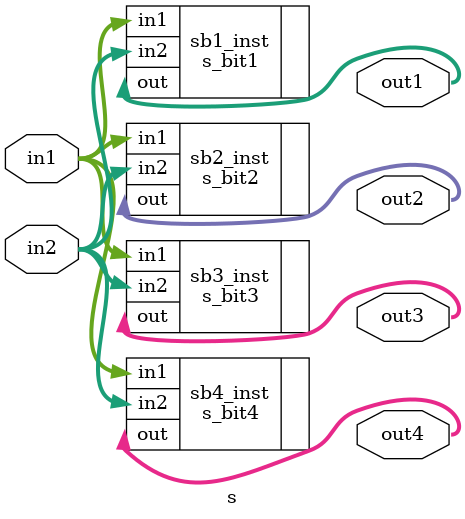
<source format=sv>

module s (
  in1,
  in2,
  out1,
  out2,
  out3,
  out4
);

    input wire [3:0] in1;
    input wire [3:0] in2;
    output wire [7:0] out1;
    output wire [7:0] out2;
    output wire [7:0] out3;
    output wire [7:0] out4;

    s_bit1 sb1_inst (
      .in1 (in1),
      .in2 (in2),
      .out (out1)
    );

    s_bit2 sb2_inst (
      .in1 (in1),
      .in2 (in2),
      .out (out2)
    );

    s_bit3 sb3_inst (
      .in1 (in1),
      .in2 (in2),
      .out (out3)
    );

    s_bit4 sb4_inst (
      .in1 (in1),
      .in2 (in2),
      .out (out4)
    );

endmodule

</source>
